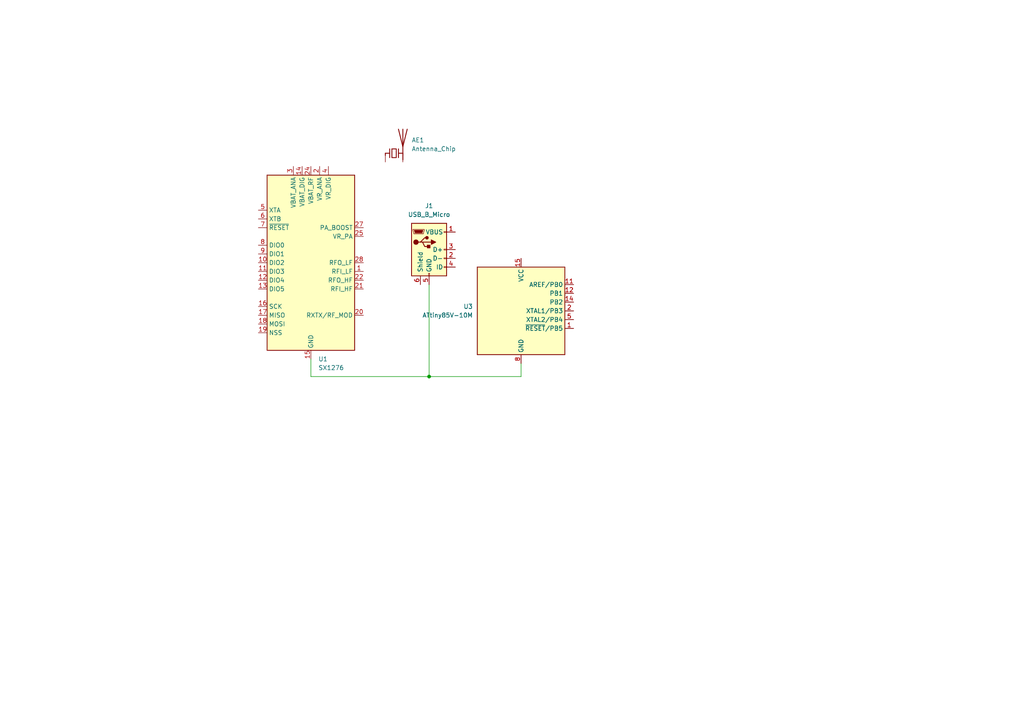
<source format=kicad_sch>
(kicad_sch (version 20250114) (generator "eeschema") (generator_version "9.0")
  (paper "A4")
  (lib_symbols
    (symbol "Connector:USB_B_Micro" (pin_names (offset 1.016))
      (property "Reference" "J" (at -5.08 11.43 0))
      (property "Value" "USB_B_Micro" (at -5.08 8.89 0))
      (symbol "USB_B_Micro_0_1"
        (rectangle (start -5.08 -7.62) (end 5.08 7.62) (stroke (width 0.254)) (fill (type background)))
        (polyline (pts (xy -4.699 5.842) (xy -4.699 5.588) (xy -4.445 4.826) (xy -4.445 4.572) (xy -1.651 4.572) (xy -1.651 4.826) (xy -1.397 5.588) (xy -1.397 5.842) (xy -4.699 5.842)))
        (polyline (pts (xy -4.318 5.588) (xy -1.778 5.588) (xy -2.032 4.826) (xy -4.064 4.826) (xy -4.318 5.588)) (fill (type outline)))
        (circle (center -3.81 2.159) (radius 0.635) (stroke (width 0.254)) (fill (type outline)))
        (polyline (pts (xy -3.175 2.159) (xy -2.54 2.159) (xy -1.27 3.429) (xy -0.635 3.429)) (stroke (width 0.254)))
        (polyline (pts (xy -2.54 2.159) (xy -1.905 2.159) (xy -1.27 0.889) (xy 0 0.889)) (stroke (width 0.254)))
        (polyline (pts (xy -1.905 2.159) (xy 0.635 2.159)) (stroke (width 0.254)))
        (circle (center -0.635 3.429) (radius 0.381) (stroke (width 0.254)) (fill (type outline)))
        (rectangle (start -0.127 -7.62) (end 0.127 -6.858))
        (rectangle (start 0.254 1.27) (end -0.508 0.508) (stroke (width 0.254)) (fill (type outline)))
        (polyline (pts (xy 0.635 2.794) (xy 0.635 1.524) (xy 1.905 2.159) (xy 0.635 2.794)) (stroke (width 0.254)) (fill (type outline)))
        (rectangle (start 5.08 4.953) (end 4.318 5.207))
        (rectangle (start 5.08 -0.127) (end 4.318 0.127))
        (rectangle (start 5.08 -2.667) (end 4.318 -2.413))
        (rectangle (start 5.08 -5.207) (end 4.318 -4.953))
      )
      (symbol "USB_B_Micro_1_1"
        (pin passive line (at -2.54 -10.16 90) (length 2.54) (name "Shield") (number "6"))
        (pin power_out line (at 0 -10.16 90) (length 2.54) (name "GND") (number "5"))
        (pin power_out line (at 7.62 5.08 180) (length 2.54) (name "VBUS") (number "1"))
        (pin bidirectional line (at 7.62 0 180) (length 2.54) (name "D+") (number "3"))
        (pin bidirectional line (at 7.62 -2.54 180) (length 2.54) (name "D-") (number "2"))
        (pin passive line (at 7.62 -5.08 180) (length 2.54) (name "ID") (number "4"))
      )
    )
    (symbol "Device:Antenna_Chip" (pin_numbers (hide yes)) (pin_names (offset 1.016) (hide yes))
      (property "Reference" "AE" (at 0 5.08 0))
      (property "Value" "Antenna_Chip" (at 0 3.175 0))
      (symbol "Antenna_Chip_0_1"
        (polyline (pts (xy -2.54 0) (xy -2.54 -0.635)) (stroke (width 0.254)))
        (polyline (pts (xy -2.54 0) (xy -1.27 0)) (stroke (width 0.254)))
        (polyline (pts (xy -1.27 1.27) (xy -1.27 -1.27) (xy -1.27 0)) (stroke (width 0.254)))
        (polyline (pts (xy -0.635 1.27) (xy 0.635 1.27) (xy 0.635 -1.27) (xy -0.635 -1.27) (xy -0.635 1.27)) (stroke (width 0.254)))
        (polyline (pts (xy 1.27 1.27) (xy 1.27 -1.27)) (stroke (width 0.254)))
        (polyline (pts (xy 1.27 0) (xy 2.54 0)) (stroke (width 0.254)))
        (polyline (pts (xy 2.54 6.985) (xy 2.54 -1.905)) (stroke (width 0.254)))
        (polyline (pts (xy 2.54 -0.635) (xy 2.54 0)))
        (polyline (pts (xy 3.81 6.985) (xy 2.54 1.905) (xy 1.27 6.985)) (stroke (width 0.254)))
      )
      (symbol "Antenna_Chip_1_1"
        (pin input line (at -2.54 -2.54 90) (length 2.54) (name "FEED") (number "1"))
        (pin passive line (at 2.54 -2.54 90) (length 2.54) (name "PCB_Trace") (number "2"))
      )
    )
    (symbol "MCU_Microchip_ATtiny:ATtiny85V-10M"
      (property "Reference" "U" (at -12.7 13.97 0))
      (property "Value" "ATtiny85V-10M" (at 2.54 -13.97 0))
      (symbol "ATtiny85V-10M_0_1"
        (rectangle (start -12.7 -12.7) (end 12.7 12.7) (stroke (width 0.254)) (fill (type background)))
      )
      (symbol "ATtiny85V-10M_1_1"
        (pin no_connect line (at -12.7 10.16 0) (length 2.54) (hide yes) (name "NC") (number "3"))
        (pin no_connect line (at -12.7 7.62 0) (length 2.54) (hide yes) (name "NC") (number "4"))
        (pin no_connect line (at -12.7 5.08 0) (length 2.54) (hide yes) (name "NC") (number "6"))
        (pin no_connect line (at -12.7 2.54 0) (length 2.54) (hide yes) (name "NC") (number "7"))
        (pin no_connect line (at -12.7 0 0) (length 2.54) (hide yes) (name "NC") (number "9"))
        (pin no_connect line (at -12.7 -2.54 0) (length 2.54) (hide yes) (name "NC") (number "10"))
        (pin no_connect line (at -12.7 -5.08 0) (length 2.54) (hide yes) (name "NC") (number "13"))
        (pin no_connect line (at -12.7 -7.62 0) (length 2.54) (hide yes) (name "NC") (number "16"))
        (pin no_connect line (at -12.7 -10.16 0) (length 2.54) (hide yes) (name "NC") (number "17"))
        (pin no_connect line (at -7.62 -12.7 90) (length 2.54) (hide yes) (name "NC") (number "18"))
        (pin no_connect line (at -5.08 -12.7 90) (length 2.54) (hide yes) (name "NC") (number "19"))
        (pin no_connect line (at -2.54 -12.7 90) (length 2.54) (hide yes) (name "NC") (number "20"))
        (pin power_in line (at 0 15.24 270) (length 2.54) (name "VCC") (number "15"))
        (pin passive line (at 0 -15.24 90) (length 2.54) (hide yes) (name "GND") (number "21"))
        (pin power_in line (at 0 -15.24 90) (length 2.54) (name "GND") (number "8"))
        (pin bidirectional line (at 15.24 7.62 180) (length 2.54) (name "AREF/PB0") (number "11"))
        (pin bidirectional line (at 15.24 5.08 180) (length 2.54) (name "PB1") (number "12"))
        (pin bidirectional line (at 15.24 2.54 180) (length 2.54) (name "PB2") (number "14"))
        (pin bidirectional line (at 15.24 0 180) (length 2.54) (name "XTAL1/PB3") (number "2"))
        (pin bidirectional line (at 15.24 -2.54 180) (length 2.54) (name "XTAL2/PB4") (number "5"))
        (pin bidirectional line (at 15.24 -5.08 180) (length 2.54) (name "~{RESET}/PB5") (number "1"))
      )
    )
    (symbol "RF:SX1276"
      (property "Reference" "U" (at 13.97 24.13 0))
      (property "Value" "SX1276" (at 13.97 21.59 0))
      (symbol "SX1276_0_1"
        (rectangle (start -12.7 25.4) (end 12.7 -25.4) (stroke (width 0.254)) (fill (type background)))
      )
      (symbol "SX1276_1_1"
        (pin bidirectional line (at -15.24 15.24 0) (length 2.54) (name "XTA") (number "5"))
        (pin bidirectional line (at -15.24 12.7 0) (length 2.54) (name "XTB") (number "6"))
        (pin input line (at -15.24 10.16 0) (length 2.54) (name "~{RESET}") (number "7"))
        (pin bidirectional line (at -15.24 5.08 0) (length 2.54) (name "DIO0") (number "8"))
        (pin bidirectional line (at -15.24 2.54 0) (length 2.54) (name "DIO1") (number "9"))
        (pin bidirectional line (at -15.24 0 0) (length 2.54) (name "DIO2") (number "10"))
        (pin bidirectional line (at -15.24 -2.54 0) (length 2.54) (name "DIO3") (number "11"))
        (pin bidirectional line (at -15.24 -5.08 0) (length 2.54) (name "DIO4") (number "12"))
        (pin bidirectional line (at -15.24 -7.62 0) (length 2.54) (name "DIO5") (number "13"))
        (pin input line (at -15.24 -12.7 0) (length 2.54) (name "SCK") (number "16"))
        (pin output line (at -15.24 -15.24 0) (length 2.54) (name "MISO") (number "17"))
        (pin input line (at -15.24 -17.78 0) (length 2.54) (name "MOSI") (number "18"))
        (pin input line (at -15.24 -20.32 0) (length 2.54) (name "NSS") (number "19"))
        (pin power_in line (at -5.08 27.94 270) (length 2.54) (name "VBAT_ANA") (number "3"))
        (pin power_in line (at -2.54 27.94 270) (length 2.54) (name "VBAT_DIG") (number "14"))
        (pin power_in line (at 0 27.94 270) (length 2.54) (name "VBAT_RF") (number "24"))
        (pin power_in line (at 0 -27.94 90) (length 2.54) (name "GND") (number "15"))
        (pin passive line (at 0 -27.94 90) (length 2.54) (hide yes) (name "GND") (number "23"))
        (pin passive line (at 0 -27.94 90) (length 2.54) (hide yes) (name "GND") (number "26"))
        (pin passive line (at 0 -27.94 90) (length 2.54) (hide yes) (name "GND") (number "29"))
        (pin power_in line (at 2.54 27.94 270) (length 2.54) (name "VR_ANA") (number "2"))
        (pin power_in line (at 5.08 27.94 270) (length 2.54) (name "VR_DIG") (number "4"))
        (pin power_out line (at 15.24 10.16 180) (length 2.54) (name "PA_BOOST") (number "27"))
        (pin power_out line (at 15.24 7.62 180) (length 2.54) (name "VR_PA") (number "25"))
        (pin output line (at 15.24 0 180) (length 2.54) (name "RFO_LF") (number "28"))
        (pin input line (at 15.24 -2.54 180) (length 2.54) (name "RFI_LF") (number "1"))
        (pin output line (at 15.24 -5.08 180) (length 2.54) (name "RFO_HF") (number "22"))
        (pin input line (at 15.24 -7.62 180) (length 2.54) (name "RFI_HF") (number "21"))
        (pin output line (at 15.24 -15.24 180) (length 2.54) (name "RXTX/RF_MOD") (number "20"))
      )
    )
  )
  (junction (at 124.46 109.22))
  (wire (pts (xy 124.46 109.22) (xy 151.13 109.22)))
  (wire (pts (xy 90.17 104.14) (xy 90.17 109.22)))
  (wire (pts (xy 90.17 109.22) (xy 124.46 109.22)))
  (wire (pts (xy 124.46 82.55) (xy 124.46 109.22)))
  (wire (pts (xy 151.13 105.41) (xy 151.13 109.22)))
  (symbol (lib_id "Connector:USB_B_Micro") (at 124.46 72.39 0) (unit 1)
    (property "Reference" "J1" (at 124.46 59.69 0))
    (property "Value" "USB_B_Micro" (at 124.46 62.23 0))
    (property "Footprint" "Connector_USB:USB_Micro-B_Amphenol_10104110_Horizontal" (effects (hide yes)))
    (property "Description" "USB Micro Type B connector" (effects (hide yes)))
  )
  (symbol (lib_id "Device:Antenna_Chip") (at 114.3 44.45 0) (unit 1)
    (property "Reference" "AE1" (at 119.38 40.6399 0) (effects (justify left)))
    (property "Value" "Antenna_Chip" (at 119.38 43.1799 0) (effects (justify left)))
    (property "Description" "Ceramic chip antenna with pin for PCB trace" (effects (hide yes)))
  )
  (symbol (lib_id "RF:SX1276") (at 90.17 76.2 0) (unit 1)
    (property "Reference" "U1" (at 92.3133 104.14 0) (effects (justify left)))
    (property "Value" "SX1276" (at 92.3133 106.68 0) (effects (justify left)))
    (property "Footprint" "Package_DFN_QFN:QFN-28-1EP_6x6mm_P0.65mm_EP4.8x4.8mm" (effects (hide yes)))
    (property "Datasheet" "https://semtech.my.salesforce.com/sfc/p/#E0000000JelG/a/2R0000001Rbr/6EfVZUorrpoKFfvaF_Fkpgp5kzjiNyiAbqcpqh9qSjE" (effects (hide yes)))
    (property "Description" "137 MHz to 1020 MHz Low Power Long Range Transceiver, spreading factor from 6 to 12, LoRA, QFN-28" (effects (hide yes)))
  )
  (symbol (lib_id "MCU_Microchip_ATtiny:ATtiny85V-10M") (at 151.13 90.17 0) (unit 1)
    (property "Reference" "U3" (at 137.16 88.8999 0) (effects (justify right)))
    (property "Value" "ATtiny85V-10M" (at 137.16 91.4399 0) (effects (justify right)))
    (property "Footprint" "Package_DFN_QFN:QFN-20-1EP_4x4mm_P0.5mm_EP2.6x2.6mm" (effects (hide yes)))
    (property "Datasheet" "http://ww1.microchip.com/downloads/en/DeviceDoc/atmel-2586-avr-8-bit-microcontroller-attiny25-attiny45-attiny85_datasheet.pdf" (effects (hide yes)))
    (property "Description" "10MHz, 8kB Flash, 512B SRAM, 512B EEPROM, debugWIRE, QFN-20" (effects (hide yes)))
  )
)
</source>
